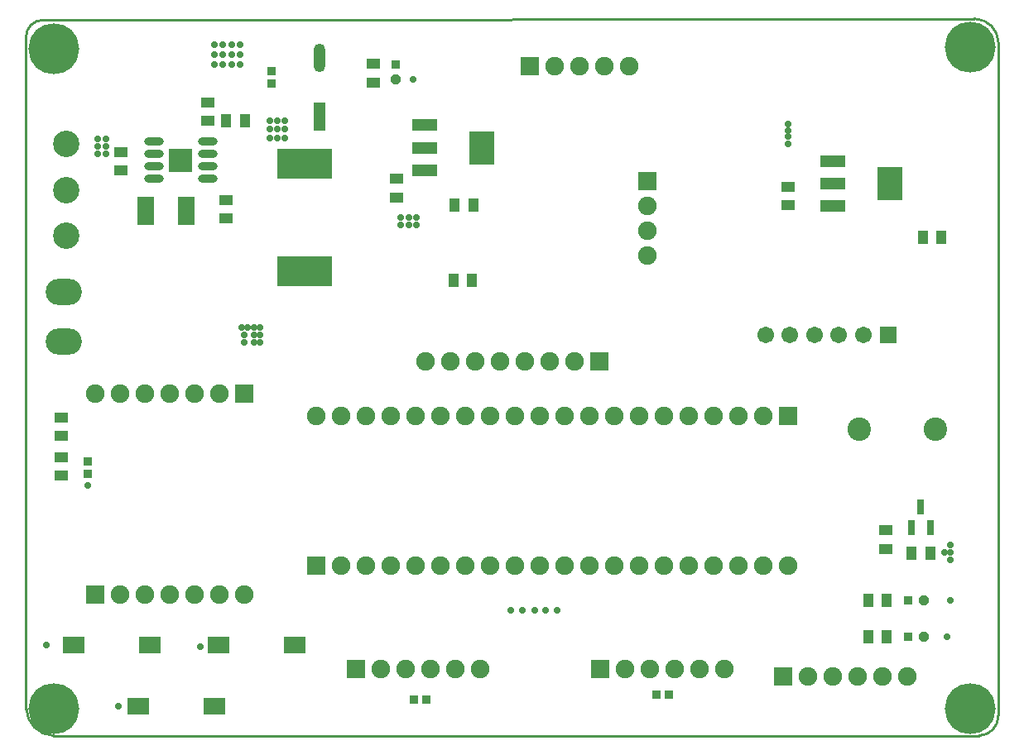
<source format=gts>
G04*
G04 #@! TF.GenerationSoftware,Altium Limited,Altium Designer,21.7.2 (23)*
G04*
G04 Layer_Color=8388736*
%FSLAX25Y25*%
%MOIN*%
G70*
G04*
G04 #@! TF.SameCoordinates,8516E6F5-4896-463E-9EC1-BE868EEF7334*
G04*
G04*
G04 #@! TF.FilePolarity,Negative*
G04*
G01*
G75*
%ADD11C,0.01000*%
%ADD33R,0.10249X0.13792*%
%ADD34R,0.10249X0.04737*%
%ADD35R,0.05800X0.04300*%
%ADD36R,0.04300X0.05800*%
%ADD37R,0.08674X0.06706*%
%ADD38R,0.03800X0.03800*%
%ADD39R,0.03162X0.05918*%
%ADD40R,0.22060X0.12217*%
%ADD41O,0.04737X0.11430*%
%ADD42R,0.04737X0.11430*%
%ADD43R,0.03800X0.03800*%
%ADD44R,0.09816X0.09816*%
%ADD45O,0.07887X0.03162*%
%ADD46R,0.07100X0.11800*%
%ADD47P,0.04113X8X292.5*%
%ADD48P,0.04113X8X22.5*%
%ADD49C,0.06706*%
%ADD50R,0.06706X0.06706*%
%ADD51R,0.07493X0.07493*%
%ADD52C,0.07493*%
%ADD53R,0.07493X0.07493*%
%ADD54C,0.10642*%
%ADD55O,0.14580X0.10642*%
%ADD56C,0.09461*%
%ADD57C,0.20485*%
%ADD58C,0.02769*%
%ADD59C,0.03200*%
D11*
X581500Y211000D02*
G03*
X589199Y219199I-250J7949D01*
G01*
Y490301D02*
G03*
X579500Y500000I-9699J0D01*
G01*
X197743Y222257D02*
G03*
X209000Y211000I11257J0D01*
G01*
X204500Y499500D02*
G03*
X197698Y492698I0J-6802D01*
G01*
X197500Y221500D02*
Y492443D01*
X589199Y219199D02*
Y490301D01*
X204500Y499501D02*
X579481Y499988D01*
X208500Y210954D02*
X581620Y210954D01*
D33*
X545417Y433500D02*
D03*
X381177Y448000D02*
D03*
D34*
X522583Y424445D02*
D03*
X522583Y433500D02*
D03*
X522583Y442555D02*
D03*
X358342Y457055D02*
D03*
X358342Y448000D02*
D03*
X358342Y438945D02*
D03*
D35*
X504500Y424759D02*
D03*
Y432240D02*
D03*
X270740Y458760D02*
D03*
Y466241D02*
D03*
X236000Y438760D02*
D03*
X236000Y446241D02*
D03*
X212000Y339241D02*
D03*
Y331760D02*
D03*
X212000Y323240D02*
D03*
Y315760D02*
D03*
X544000Y286260D02*
D03*
X544000Y293740D02*
D03*
X337500Y481741D02*
D03*
X337500Y474260D02*
D03*
X347000Y435480D02*
D03*
X347000Y428000D02*
D03*
X278259Y419520D02*
D03*
X278259Y427000D02*
D03*
D36*
X558759Y412000D02*
D03*
X566240Y412000D02*
D03*
X370260Y425000D02*
D03*
X377741Y425000D02*
D03*
X285740Y459000D02*
D03*
X278259Y459000D02*
D03*
X369759Y394500D02*
D03*
X377240D02*
D03*
X561740Y284500D02*
D03*
X554260Y284500D02*
D03*
X544241Y251000D02*
D03*
X536760Y251000D02*
D03*
X544241Y265500D02*
D03*
X536760Y265500D02*
D03*
D37*
X275291Y247500D02*
D03*
X306000D02*
D03*
X216791D02*
D03*
X247500D02*
D03*
X242791Y223000D02*
D03*
X273500D02*
D03*
D38*
X353882Y225500D02*
D03*
X359000D02*
D03*
X456559Y227500D02*
D03*
X451441D02*
D03*
X552941Y251000D02*
D03*
Y265500D02*
D03*
D39*
X554260Y294866D02*
D03*
X561740Y294866D02*
D03*
X558000Y303134D02*
D03*
D40*
X310000Y398346D02*
D03*
Y441654D02*
D03*
D41*
X316000Y484311D02*
D03*
D42*
Y460689D02*
D03*
D43*
X296500Y473882D02*
D03*
Y479000D02*
D03*
X222500Y321500D02*
D03*
X222500Y316382D02*
D03*
X346500Y481559D02*
D03*
D44*
X260000Y443000D02*
D03*
D45*
X249085Y450500D02*
D03*
Y445500D02*
D03*
Y440500D02*
D03*
Y435500D02*
D03*
X270915Y450500D02*
D03*
Y445500D02*
D03*
Y440500D02*
D03*
Y435500D02*
D03*
D46*
X245800Y422500D02*
D03*
X262300D02*
D03*
D47*
X346500Y475441D02*
D03*
D48*
X559059Y251000D02*
D03*
Y265500D02*
D03*
D49*
X505315Y372500D02*
D03*
X515158Y372500D02*
D03*
X525000D02*
D03*
X534842D02*
D03*
X495472D02*
D03*
D50*
X544685Y372500D02*
D03*
D51*
X428500Y362000D02*
D03*
X400500Y481000D02*
D03*
X285500Y349000D02*
D03*
X225500Y268000D02*
D03*
X314500Y279500D02*
D03*
X502500Y235000D02*
D03*
X504500Y340000D02*
D03*
D52*
X418500Y362000D02*
D03*
X408500D02*
D03*
X398500D02*
D03*
X388500D02*
D03*
X378500D02*
D03*
X368500D02*
D03*
X358500D02*
D03*
X410500Y481000D02*
D03*
X420500D02*
D03*
X430500D02*
D03*
X440500D02*
D03*
X448000Y424500D02*
D03*
Y414500D02*
D03*
Y404500D02*
D03*
X225500Y349000D02*
D03*
X235500D02*
D03*
X245500D02*
D03*
X255500D02*
D03*
X265500D02*
D03*
X275500D02*
D03*
X285500Y268000D02*
D03*
X275500D02*
D03*
X265500D02*
D03*
X255500D02*
D03*
X245500D02*
D03*
X235500D02*
D03*
X464500Y279500D02*
D03*
X454500Y279500D02*
D03*
X444500Y279500D02*
D03*
X434500D02*
D03*
X424500D02*
D03*
X414500D02*
D03*
X404500D02*
D03*
X394500D02*
D03*
X384500D02*
D03*
X374500D02*
D03*
X364500D02*
D03*
X354500D02*
D03*
X344500D02*
D03*
X334500D02*
D03*
X324500D02*
D03*
X474500D02*
D03*
X484500D02*
D03*
X494500D02*
D03*
X504500D02*
D03*
X552500Y235000D02*
D03*
X542500D02*
D03*
X532500D02*
D03*
X522500D02*
D03*
X512500D02*
D03*
X314500Y340000D02*
D03*
X324500Y340000D02*
D03*
X334500D02*
D03*
X344500D02*
D03*
X494500D02*
D03*
X484500D02*
D03*
X474500D02*
D03*
X464500D02*
D03*
X454500D02*
D03*
X444500D02*
D03*
X434500D02*
D03*
X424500D02*
D03*
X414500D02*
D03*
X404500D02*
D03*
X394500D02*
D03*
X384500D02*
D03*
X374500D02*
D03*
X364500D02*
D03*
X354500D02*
D03*
X380500Y238000D02*
D03*
X340500D02*
D03*
X350500D02*
D03*
X360500D02*
D03*
X370500D02*
D03*
X479000D02*
D03*
X439000D02*
D03*
X449000D02*
D03*
X459000D02*
D03*
X469000D02*
D03*
D53*
X448000Y434500D02*
D03*
X330500Y238000D02*
D03*
X429000D02*
D03*
D54*
X214000Y412496D02*
D03*
Y431000D02*
D03*
Y449504D02*
D03*
D55*
X213000Y370000D02*
D03*
Y390000D02*
D03*
D56*
X533291Y334600D02*
D03*
X564000D02*
D03*
D57*
X578000Y488500D02*
D03*
Y222000D02*
D03*
X209000D02*
D03*
Y488000D02*
D03*
D58*
X504500Y449500D02*
D03*
X504476Y452500D02*
D03*
X504500Y455000D02*
D03*
X504476Y457500D02*
D03*
X285505Y369500D02*
D03*
Y372500D02*
D03*
X292000Y369500D02*
D03*
X289500D02*
D03*
X292000Y372500D02*
D03*
X289500D02*
D03*
X292000Y375500D02*
D03*
X289500D02*
D03*
X287000D02*
D03*
X284500D02*
D03*
X570000Y288000D02*
D03*
Y282000D02*
D03*
X411500Y261500D02*
D03*
X407000D02*
D03*
X402500D02*
D03*
X397500D02*
D03*
X393000D02*
D03*
X353500Y475441D02*
D03*
X567500Y285000D02*
D03*
X570000D02*
D03*
X568500Y251000D02*
D03*
X570000Y265500D02*
D03*
X268000Y247000D02*
D03*
X235000Y223000D02*
D03*
X206000Y247500D02*
D03*
X222500Y312000D02*
D03*
X355000Y417000D02*
D03*
X352000D02*
D03*
X348500D02*
D03*
X355000Y420019D02*
D03*
X352000D02*
D03*
X348500D02*
D03*
X226500Y445500D02*
D03*
Y448500D02*
D03*
Y451500D02*
D03*
X230000D02*
D03*
Y448500D02*
D03*
Y445500D02*
D03*
X284000Y489500D02*
D03*
Y485500D02*
D03*
Y481500D02*
D03*
X280500Y489500D02*
D03*
X277000D02*
D03*
X273500D02*
D03*
X280500Y485500D02*
D03*
X277000D02*
D03*
X273500D02*
D03*
Y481500D02*
D03*
X277000D02*
D03*
X280500D02*
D03*
X302000Y452000D02*
D03*
X299000D02*
D03*
X296000D02*
D03*
X302000Y455500D02*
D03*
X299000D02*
D03*
X296000D02*
D03*
X302000Y458824D02*
D03*
X299000D02*
D03*
X296000D02*
D03*
D59*
X258032Y444969D02*
D03*
X261969D02*
D03*
Y441032D02*
D03*
X258032Y441032D02*
D03*
M02*

</source>
